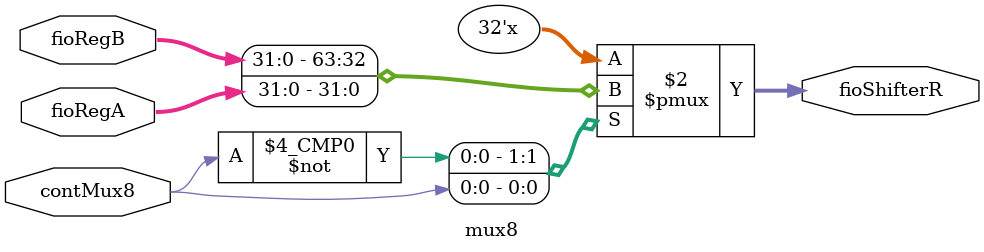
<source format=v>
module mux8 (fioRegB, fioRegA, contMux8, fioShifterR);
input [31:0] fioRegA, fioRegB;
input contMux8;
output [31:0] fioShifterR;

reg [31:0] fioShifterR;

always @ (contMux8) begin

	case (contMux8)
			0: fioShifterR <= fioRegB;
			1: fioShifterR <= fioRegA;
	endcase
	
end

endmodule

</source>
